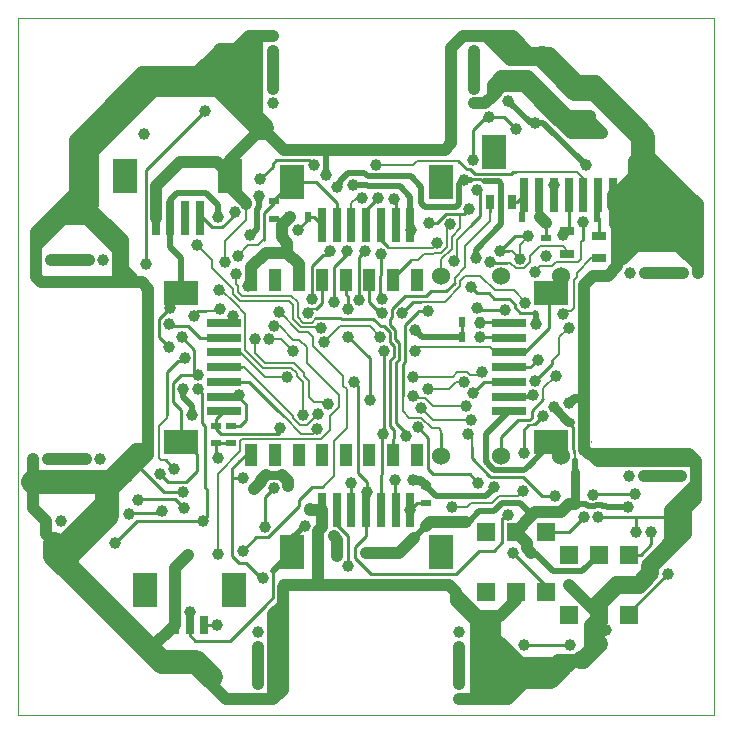
<source format=gbl>
G04 #@! TF.FileFunction,Copper,L2,Bot,Signal*
%FSLAX46Y46*%
G04 Gerber Fmt 4.6, Leading zero omitted, Abs format (unit mm)*
G04 Created by KiCad (PCBNEW 4.0.7) date 01/17/18 18:25:31*
%MOMM*%
%LPD*%
G01*
G04 APERTURE LIST*
%ADD10C,0.152400*%
%ADD11C,0.100000*%
%ADD12R,1.524000X1.524000*%
%ADD13C,1.000000*%
%ADD14R,3.000000X0.800000*%
%ADD15R,3.000000X2.100000*%
%ADD16C,1.524000*%
%ADD17R,0.900000X0.500000*%
%ADD18R,0.500000X0.900000*%
%ADD19R,1.300000X0.700000*%
%ADD20R,0.700000X1.300000*%
%ADD21R,0.800000X1.600000*%
%ADD22R,2.100000X3.000000*%
%ADD23R,0.800000X3.000000*%
%ADD24R,1.050000X1.950000*%
%ADD25C,1.000000*%
%ADD26C,2.000000*%
%ADD27C,1.500000*%
%ADD28C,0.500000*%
%ADD29C,0.750000*%
%ADD30C,0.250000*%
%ADD31C,0.203000*%
G04 APERTURE END LIST*
D10*
D11*
X14400000Y-73700000D02*
X73300000Y-73700000D01*
X73300000Y-14700000D02*
X73300000Y-73700000D01*
X14400000Y-14700000D02*
X73300000Y-14700000D01*
X14400000Y-73700000D02*
X14400000Y-14700000D01*
X62925000Y-50600000D02*
X62925000Y-50475000D01*
D12*
X63565000Y-65205000D03*
X66105000Y-65205000D03*
X61025000Y-65205000D03*
X66105000Y-60125000D03*
X63565000Y-60125000D03*
X61025000Y-60125000D03*
X56580000Y-63300000D03*
X59120000Y-63300000D03*
X54040000Y-63300000D03*
X59120000Y-58220000D03*
X56580000Y-58220000D03*
X54040000Y-58220000D03*
D13*
X62295000Y-56950000D03*
X63545000Y-56950000D03*
X68010000Y-58220000D03*
X66760000Y-58220000D03*
D14*
X55945000Y-44250000D03*
X55945000Y-45500000D03*
X55945000Y-46750000D03*
X55945000Y-43000000D03*
X55945000Y-41750000D03*
D15*
X59545000Y-50550000D03*
X59545000Y-37950000D03*
D14*
X55945000Y-48000000D03*
X55945000Y-40500000D03*
D16*
X50240000Y-51740000D03*
X55320000Y-51740000D03*
X60400000Y-51740000D03*
X60400000Y-36500000D03*
X55320000Y-36500000D03*
X50240000Y-36500000D03*
D13*
X67486000Y-36290000D03*
X66236000Y-36290000D03*
D14*
X31815000Y-44250000D03*
X31815000Y-43000000D03*
X31815000Y-41750000D03*
X31815000Y-45500000D03*
X31815000Y-46750000D03*
D15*
X28215000Y-37950000D03*
X28215000Y-50550000D03*
D14*
X31815000Y-40500000D03*
X31815000Y-48000000D03*
D13*
X35990000Y-16224000D03*
X35990000Y-17474000D03*
D17*
X48960000Y-55795000D03*
X48960000Y-54295000D03*
D18*
X46305000Y-53775000D03*
X47805000Y-53775000D03*
D17*
X31180000Y-49215000D03*
X31180000Y-50715000D03*
X32450000Y-49215000D03*
X32450000Y-50715000D03*
D18*
X38915000Y-31550000D03*
X37415000Y-31550000D03*
D17*
X36060000Y-30210000D03*
X36060000Y-31710000D03*
D18*
X53520000Y-40440000D03*
X52020000Y-40440000D03*
X53520000Y-41710000D03*
X52020000Y-41710000D03*
D19*
X63565000Y-35040000D03*
X63565000Y-33140000D03*
D18*
X63450000Y-31550000D03*
X64950000Y-31550000D03*
D19*
X60867520Y-34648840D03*
X60867520Y-32748840D03*
D17*
X59120000Y-34840000D03*
X59120000Y-33340000D03*
D20*
X54360000Y-30280000D03*
X56260000Y-30280000D03*
D18*
X57100000Y-31550000D03*
X58600000Y-31550000D03*
D21*
X30175000Y-66050000D03*
X28925000Y-66050000D03*
X27675000Y-66050000D03*
D22*
X25125000Y-63150000D03*
X32725000Y-63150000D03*
D23*
X61025000Y-29645000D03*
X62275000Y-29645000D03*
X63525000Y-29645000D03*
X59775000Y-29645000D03*
X58525000Y-29645000D03*
D22*
X67325000Y-26045000D03*
X54725000Y-26045000D03*
D23*
X64775000Y-29645000D03*
X57275000Y-29645000D03*
X43880000Y-56315000D03*
X42630000Y-56315000D03*
X41380000Y-56315000D03*
X45130000Y-56315000D03*
X46380000Y-56315000D03*
D22*
X37580000Y-59915000D03*
X50180000Y-59915000D03*
D23*
X40130000Y-56315000D03*
X47630000Y-56315000D03*
X43880000Y-32185000D03*
X45130000Y-32185000D03*
X46380000Y-32185000D03*
X42630000Y-32185000D03*
X41380000Y-32185000D03*
D22*
X50180000Y-28585000D03*
X37580000Y-28585000D03*
D23*
X47630000Y-32185000D03*
X40130000Y-32185000D03*
D13*
X15670000Y-52038000D03*
X16920000Y-52038000D03*
X20115000Y-52038000D03*
X21365000Y-52038000D03*
X51738000Y-72358000D03*
X51738000Y-71108000D03*
X51738000Y-67913000D03*
X51738000Y-66663000D03*
X34720000Y-72358000D03*
X34720000Y-71108000D03*
X34720000Y-67913000D03*
X34720000Y-66663000D03*
X53008000Y-16224000D03*
X53008000Y-17474000D03*
X53008000Y-20669000D03*
X53008000Y-21919000D03*
X71931000Y-36290000D03*
X70681000Y-36290000D03*
X67359000Y-53435000D03*
X66109000Y-53435000D03*
X35990000Y-20669000D03*
X35990000Y-21919000D03*
X15924000Y-35147000D03*
X17174000Y-35147000D03*
X20369000Y-35147000D03*
X21619000Y-35147000D03*
D23*
X29800000Y-31640000D03*
X28550000Y-31640000D03*
X27300000Y-31640000D03*
D22*
X32350000Y-28040000D03*
X23500000Y-28040000D03*
D23*
X26050000Y-31640000D03*
D13*
X18024580Y-57242460D03*
X16774580Y-57242460D03*
D24*
X48150000Y-51660000D03*
X46150000Y-51660000D03*
X44150000Y-51660000D03*
X42150000Y-51660000D03*
X40150000Y-51660000D03*
X38150000Y-51660000D03*
X36150000Y-51660000D03*
X34150000Y-51660000D03*
X34150000Y-36860000D03*
X36150000Y-36860000D03*
X38150000Y-36860000D03*
X40150000Y-36860000D03*
X42150000Y-36860000D03*
X44150000Y-36860000D03*
X46150000Y-36860000D03*
X48150000Y-36860000D03*
D13*
X71804000Y-53435000D03*
X70554000Y-53435000D03*
X62865740Y-23028660D03*
X63871580Y-24400260D03*
X55916300Y-21702780D03*
X60642730Y-19727570D03*
X58154800Y-23579480D03*
X59120000Y-32083400D03*
X62449940Y-27145640D03*
X25103940Y-24473940D03*
X48020200Y-41105480D03*
X54800000Y-65300000D03*
X64200000Y-66475000D03*
X39100000Y-56300000D03*
X32600000Y-39890000D03*
X33880000Y-37370000D03*
X40490000Y-27970000D03*
X42790000Y-28830000D03*
X31320000Y-51910000D03*
X28350000Y-54820000D03*
X47680000Y-32670000D03*
X47825000Y-53800000D03*
X37350000Y-31525000D03*
X37200000Y-34550000D03*
X61040000Y-47300000D03*
X61025000Y-62665000D03*
X28800000Y-60150000D03*
X31930000Y-35360000D03*
X33740000Y-30480000D03*
X28100000Y-26900000D03*
X54660000Y-54440000D03*
X54299080Y-23107040D03*
X52124840Y-28395320D03*
X52955420Y-26673200D03*
X41410000Y-28970000D03*
X56524120Y-24112880D03*
X52740000Y-37490000D03*
X58280000Y-40630000D03*
X59750000Y-47630000D03*
X34770000Y-29740000D03*
X34070000Y-33050000D03*
X31300000Y-31525000D03*
X59800000Y-28800000D03*
X66075000Y-56075000D03*
X57850000Y-59950000D03*
X61175000Y-67750000D03*
X37300000Y-54350000D03*
X41120000Y-58530000D03*
X38660000Y-57660000D03*
X43860000Y-59960000D03*
X41440000Y-60240000D03*
X27280000Y-39220000D03*
X57275000Y-67750000D03*
X29120000Y-48270000D03*
X34375000Y-54575000D03*
X53135000Y-35040000D03*
X28350000Y-46130000D03*
X27180000Y-42570000D03*
X28975000Y-65000000D03*
X33425000Y-59825000D03*
X36508920Y-39611960D03*
X36072040Y-40747340D03*
X31317160Y-60071660D03*
X46305000Y-53775000D03*
X33030000Y-34810000D03*
X33150000Y-46620000D03*
X53520000Y-41710000D03*
X29600000Y-44880000D03*
X26450000Y-53290000D03*
X28275000Y-41710000D03*
X22600000Y-59150000D03*
X30050000Y-57250000D03*
X29600000Y-46120000D03*
X38570000Y-48270000D03*
X31420000Y-37710000D03*
X36075000Y-54500000D03*
X35300000Y-57750000D03*
X31250000Y-66125000D03*
X52950000Y-46425000D03*
X39716180Y-49525940D03*
X43540000Y-29900000D03*
X45340000Y-49940000D03*
X45350000Y-42850000D03*
X48025000Y-42850000D03*
X39820320Y-48255940D03*
X42818280Y-45489520D03*
X55885820Y-56747160D03*
X59907400Y-44984060D03*
X55190000Y-34430000D03*
X58391020Y-43627700D03*
X56882260Y-35067900D03*
X57610000Y-33170000D03*
X44900000Y-29925000D03*
X43950000Y-54800000D03*
X40011580Y-40930220D03*
X29530000Y-33890000D03*
X60517000Y-39731340D03*
X45070000Y-41660000D03*
X57320000Y-38800000D03*
X40285900Y-42118940D03*
X46907680Y-39680540D03*
X47225000Y-50050000D03*
X54370000Y-35330000D03*
X42625000Y-54100000D03*
X49899800Y-33764880D03*
X32730000Y-31150000D03*
X49147960Y-39540840D03*
X66650000Y-55000000D03*
X69403700Y-61745880D03*
X59850000Y-55170000D03*
X63050000Y-55050000D03*
X52470280Y-49921820D03*
X56275000Y-59950000D03*
X37150000Y-45100000D03*
X53500000Y-40475000D03*
X36575000Y-49400000D03*
X38080000Y-32670000D03*
X47630000Y-56315000D03*
X32890000Y-36340000D03*
X57240000Y-51500000D03*
X57140000Y-54740000D03*
X52612520Y-30864200D03*
X25200000Y-35550000D03*
X30200000Y-22550000D03*
X58010000Y-46650000D03*
X58820000Y-48410000D03*
X49200000Y-32050000D03*
X46200000Y-30000000D03*
X33460000Y-53670000D03*
X28430000Y-56140000D03*
X35140000Y-62100000D03*
X51150000Y-56100000D03*
X42350000Y-61070000D03*
X24580000Y-55520000D03*
X27160000Y-40620000D03*
X37710340Y-42926660D03*
X38911760Y-39657680D03*
X35655480Y-41903040D03*
X31530000Y-39340000D03*
X29280000Y-39920000D03*
X44240000Y-47020000D03*
X42370000Y-41680000D03*
X42300000Y-39300000D03*
X27600000Y-52840000D03*
X26560000Y-56400000D03*
X23810000Y-56680000D03*
X28510000Y-43510000D03*
X34446440Y-41882720D03*
X40682140Y-47331020D03*
X45208420Y-39703400D03*
X51010000Y-32160000D03*
X59120000Y-34840000D03*
X60539860Y-33028280D03*
X39460000Y-27160000D03*
X44740000Y-27100000D03*
X34885100Y-28357580D03*
X48250000Y-49360000D03*
X53360000Y-54040000D03*
X45140000Y-34700000D03*
X45180000Y-38500000D03*
X43240000Y-38540000D03*
X43750000Y-34460000D03*
X42250000Y-34450000D03*
X41120000Y-38730000D03*
X40810000Y-34460000D03*
X39290000Y-38510000D03*
X47837320Y-45045020D03*
X53689480Y-44648780D03*
X52734440Y-48738180D03*
X48507880Y-47704400D03*
X52325500Y-47574860D03*
X47837320Y-46683320D03*
X52127380Y-45502220D03*
X49140340Y-46096580D03*
X55620000Y-39390000D03*
X58131940Y-36160100D03*
X53290000Y-39280000D03*
X62250000Y-31975000D03*
X58154800Y-45441260D03*
X61027540Y-40907360D03*
X51347600Y-35288880D03*
X53267840Y-29213200D03*
D25*
X60884540Y-22949920D02*
X60884540Y-22906740D01*
X54577720Y-20323560D02*
X54577720Y-21304000D01*
X55309240Y-19592040D02*
X54577720Y-20323560D01*
X57569840Y-19592040D02*
X55309240Y-19592040D01*
X60884540Y-22906740D02*
X57569840Y-19592040D01*
X62865740Y-23394420D02*
X61402700Y-23394420D01*
X61402700Y-23394420D02*
X60788020Y-24009100D01*
X62865740Y-23028660D02*
X62865740Y-23394420D01*
X62865740Y-23394420D02*
X63871580Y-24400260D01*
X62787000Y-22949920D02*
X60884540Y-22949920D01*
X60884540Y-22949920D02*
X59728840Y-22949920D01*
X62865740Y-23028660D02*
X62787000Y-22949920D01*
X53008000Y-21919000D02*
X53962720Y-21919000D01*
X53962720Y-21919000D02*
X54577720Y-21304000D01*
X57262500Y-20483580D02*
X59728840Y-22949920D01*
X54577720Y-21304000D02*
X55398140Y-20483580D01*
X55398140Y-20483580D02*
X57262500Y-20483580D01*
X59728840Y-22949920D02*
X60788020Y-24009100D01*
X60788020Y-24009100D02*
X61179180Y-24400260D01*
X61179180Y-24400260D02*
X63871580Y-24400260D01*
X36802800Y-64534800D02*
X36637700Y-64534800D01*
X36002700Y-72332600D02*
X36028100Y-72358000D01*
X36002700Y-65169800D02*
X36002700Y-72332600D01*
X36637700Y-64534800D02*
X36002700Y-65169800D01*
X36802800Y-64534800D02*
X36802800Y-66897000D01*
X36802800Y-66897000D02*
X36739300Y-66960500D01*
X36739300Y-66960500D02*
X36802800Y-66960500D01*
X36895000Y-62665000D02*
X36895000Y-62736002D01*
X39485000Y-62665000D02*
X39220000Y-62665000D01*
X36895000Y-62665000D02*
X39220000Y-62665000D01*
X36028100Y-72358000D02*
X34720000Y-72358000D01*
X36802800Y-71583300D02*
X36028100Y-72358000D01*
X36802800Y-62828202D02*
X36802800Y-64534800D01*
X36802800Y-64534800D02*
X36802800Y-66960500D01*
X36802800Y-66960500D02*
X36802800Y-71583300D01*
X36895000Y-62736002D02*
X36802800Y-62828202D01*
X62901300Y-51631600D02*
X71219800Y-51631600D01*
X71219800Y-51631600D02*
X71804000Y-52215800D01*
X71804000Y-52215800D02*
X63485500Y-52215800D01*
X63485500Y-52215800D02*
X62901300Y-51631600D01*
X62295000Y-51200000D02*
X62295000Y-51203100D01*
X62295000Y-51203100D02*
X62723500Y-51631600D01*
X62723500Y-51631600D02*
X62901300Y-51631600D01*
X71804000Y-52215800D02*
X71804000Y-53435000D01*
X24687000Y-51212500D02*
X24369500Y-51212500D01*
X23620200Y-53536600D02*
X23620200Y-53495960D01*
X23579560Y-53536600D02*
X23620200Y-53536600D01*
X23480500Y-53635660D02*
X23579560Y-53536600D01*
X21946340Y-53635660D02*
X23480500Y-53635660D01*
X24369500Y-51212500D02*
X21946340Y-53635660D01*
X21766000Y-53953160D02*
X21946340Y-53953160D01*
X21946340Y-53953160D02*
X24687000Y-51212500D01*
X24687000Y-51212500D02*
X25443920Y-51212500D01*
D26*
X18522420Y-61164220D02*
X18522420Y-60242200D01*
X21766000Y-53953160D02*
X15670000Y-53953160D01*
X21933640Y-54120800D02*
X21766000Y-53953160D01*
X21933640Y-56830980D02*
X21933640Y-54120800D01*
X18522420Y-60242200D02*
X21933640Y-56830980D01*
D25*
X19467300Y-31700220D02*
X19467300Y-31253180D01*
X19467300Y-31253180D02*
X20222950Y-30497530D01*
X20243270Y-31700220D02*
X19467300Y-31700220D01*
X19467300Y-31700220D02*
X18207460Y-31700220D01*
X17374340Y-32533340D02*
X17374340Y-32553660D01*
X18207460Y-31700220D02*
X17374340Y-32533340D01*
X20243270Y-30497530D02*
X20222950Y-30497530D01*
X20222950Y-30497530D02*
X19430470Y-30497530D01*
X19430470Y-30497530D02*
X17374340Y-32553660D01*
X17374340Y-32553660D02*
X15924000Y-34004000D01*
X22860740Y-37079940D02*
X22860740Y-34362140D01*
X20243270Y-31744670D02*
X20243270Y-31700220D01*
X20243270Y-31700220D02*
X20243270Y-30497530D01*
X22860740Y-34362140D02*
X20243270Y-31744670D01*
X25222940Y-20879820D02*
X31915840Y-20879820D01*
X31395140Y-20910300D02*
X31395140Y-20359120D01*
X31885360Y-20910300D02*
X31395140Y-20910300D01*
X31915840Y-20879820D02*
X31885360Y-20910300D01*
X31128440Y-17717520D02*
X31418000Y-17717520D01*
X33239180Y-18959580D02*
X33239180Y-20498820D01*
X33223940Y-18944340D02*
X33239180Y-18959580D01*
X32644820Y-18944340D02*
X33223940Y-18944340D01*
X31418000Y-17717520D02*
X32644820Y-18944340D01*
X33239180Y-20498820D02*
X32172380Y-19432020D01*
X32172380Y-19432020D02*
X30724580Y-19432020D01*
X31608500Y-18926560D02*
X31666920Y-18926560D01*
X31608500Y-18926560D02*
X30724580Y-19810480D01*
X31666920Y-18926560D02*
X33239180Y-20498820D01*
X30724580Y-19810480D02*
X30724580Y-19432020D01*
X30724580Y-19432020D02*
X31974260Y-18182340D01*
X33970700Y-21230340D02*
X33239180Y-20498820D01*
X33970700Y-17283180D02*
X33970700Y-21230340D01*
X33071540Y-18182340D02*
X33970700Y-17283180D01*
X31974260Y-18182340D02*
X33071540Y-18182340D01*
X34595540Y-16224000D02*
X34595540Y-23559520D01*
X34473620Y-23653500D02*
X34473620Y-23437600D01*
X34501560Y-23653500D02*
X34473620Y-23653500D01*
X34595540Y-23559520D02*
X34501560Y-23653500D01*
D26*
X20243270Y-30497530D02*
X20243270Y-25859490D01*
X20243270Y-25859490D02*
X25222940Y-20879820D01*
X25222940Y-20879820D02*
X26292280Y-19810480D01*
X26292280Y-19810480D02*
X30724580Y-19810480D01*
X30724580Y-19810480D02*
X30846500Y-19810480D01*
X30846500Y-19810480D02*
X31395140Y-20359120D01*
X31395140Y-20359120D02*
X34473620Y-23437600D01*
X34473620Y-23437600D02*
X35068010Y-24031990D01*
D25*
X24039300Y-37079940D02*
X24039300Y-36719260D01*
X24039300Y-36719260D02*
X23267140Y-35947100D01*
X23267140Y-35947100D02*
X23267140Y-33521400D01*
X23267140Y-33521400D02*
X20243270Y-30497530D01*
X20243270Y-30497530D02*
X19223460Y-29477720D01*
X17572460Y-59208420D02*
X17907740Y-59208420D01*
X17907740Y-59208420D02*
X23620200Y-53495960D01*
X23620200Y-53495960D02*
X25443920Y-51672240D01*
X25443920Y-51672240D02*
X25443920Y-51212500D01*
X15924000Y-36630360D02*
X15924000Y-35147000D01*
X16373580Y-37079940D02*
X15924000Y-36630360D01*
X24907980Y-37079940D02*
X24039300Y-37079940D01*
X25443920Y-51212500D02*
X25443920Y-37615880D01*
X25443920Y-37615880D02*
X24907980Y-37079940D01*
X24039300Y-37079940D02*
X22860740Y-37079940D01*
X22860740Y-37079940D02*
X16373580Y-37079940D01*
X15670000Y-52977800D02*
X15670000Y-53953160D01*
X15670000Y-52038000D02*
X15670000Y-52977800D01*
X15670000Y-53953160D02*
X15670000Y-56137880D01*
X15670000Y-56137880D02*
X16774580Y-57242460D01*
X16774580Y-57242460D02*
X16774580Y-58410540D01*
D26*
X20550000Y-63191800D02*
X18522420Y-61164220D01*
X18522420Y-61164220D02*
X17572460Y-60214260D01*
X17572460Y-60214260D02*
X17572460Y-59208420D01*
X20550000Y-63191800D02*
X20550000Y-63200000D01*
D25*
X16774580Y-58410540D02*
X17572460Y-59208420D01*
X20080680Y-63200000D02*
X20550000Y-63200000D01*
D26*
X20550000Y-63200000D02*
X25675000Y-68325000D01*
D25*
X55525020Y-67875020D02*
X55525020Y-71639300D01*
X54806320Y-72358000D02*
X54803780Y-72358000D01*
X55525020Y-71639300D02*
X54806320Y-72358000D01*
X54803780Y-72358000D02*
X54803780Y-72358000D01*
X54803780Y-72358000D02*
X54803780Y-67153780D01*
X54803780Y-67153780D02*
X54800000Y-67150000D01*
X53843660Y-65300000D02*
X53843660Y-72192900D01*
X53843660Y-72192900D02*
X54008760Y-72358000D01*
X51500000Y-63300000D02*
X51500000Y-63478920D01*
X53321080Y-65300000D02*
X53843660Y-65300000D01*
X53843660Y-65300000D02*
X54800000Y-65300000D01*
X51500000Y-63478920D02*
X53321080Y-65300000D01*
X53173100Y-72358000D02*
X53173100Y-65746380D01*
X51500000Y-63300000D02*
X50865000Y-62665000D01*
X50865000Y-62665000D02*
X39485000Y-62665000D01*
X51500000Y-64073280D02*
X51500000Y-63300000D01*
X53173100Y-65746380D02*
X51500000Y-64073280D01*
X70466690Y-55493670D02*
X70466690Y-58714390D01*
X70466690Y-58714390D02*
X69831080Y-59350000D01*
X71804000Y-54301140D02*
X71804000Y-55456840D01*
X70981040Y-56279800D02*
X70981040Y-57128160D01*
X71804000Y-55456840D02*
X70981040Y-56279800D01*
X69600000Y-59350000D02*
X69831080Y-59350000D01*
X69831080Y-59350000D02*
X70013960Y-59350000D01*
X70981040Y-58382920D02*
X70981040Y-57128160D01*
X70013960Y-59350000D02*
X70981040Y-58382920D01*
X70981040Y-57128160D02*
X70802880Y-56950000D01*
X71804000Y-54301140D02*
X71659220Y-54301140D01*
X69600000Y-56360360D02*
X69600000Y-59350000D01*
X71659220Y-54301140D02*
X70466690Y-55493670D01*
X70466690Y-55493670D02*
X69600000Y-56360360D01*
D27*
X69600000Y-59350000D02*
X69600000Y-59400000D01*
X66105000Y-62665000D02*
X65135000Y-62665000D01*
X63565000Y-65205000D02*
X63565000Y-64235000D01*
X65135000Y-62665000D02*
X63565000Y-64235000D01*
X69600000Y-59400000D02*
X67900000Y-61100000D01*
X67900000Y-61100000D02*
X67900000Y-61708960D01*
X67900000Y-61708960D02*
X66943960Y-62665000D01*
X66943960Y-62665000D02*
X66105000Y-62665000D01*
D25*
X71804000Y-54301140D02*
X71804000Y-53435000D01*
X66014630Y-33230010D02*
X66014630Y-34281570D01*
X66014630Y-34281570D02*
X65212700Y-35083500D01*
X65121260Y-35083500D02*
X65212700Y-35083500D01*
X65212700Y-35083500D02*
X65632920Y-35083500D01*
X65632920Y-35083500D02*
X66750520Y-33965900D01*
X62295000Y-37265000D02*
X62325080Y-37265000D01*
X62295000Y-46840000D02*
X62295000Y-37265000D01*
X65121260Y-35726120D02*
X65121260Y-35083500D01*
X65121260Y-35083500D02*
X65121260Y-32336640D01*
X64316080Y-36531300D02*
X65121260Y-35726120D01*
X63058780Y-36531300D02*
X64316080Y-36531300D01*
X62325080Y-37265000D02*
X63058780Y-36531300D01*
X70277460Y-33965900D02*
X66750520Y-33965900D01*
X66750520Y-33965900D02*
X66014630Y-33230010D01*
X66014630Y-33230010D02*
X65121260Y-32336640D01*
X65121260Y-32336640D02*
X64950000Y-32165380D01*
X67900000Y-32191840D02*
X65591840Y-32191840D01*
X65591840Y-32191840D02*
X64950000Y-31550000D01*
X71931000Y-32716220D02*
X66894180Y-32716220D01*
X66894180Y-32716220D02*
X64775000Y-30597040D01*
X64775000Y-30597040D02*
X64775000Y-29645000D01*
X69738980Y-33455000D02*
X69853640Y-33455000D01*
X69853640Y-33455000D02*
X71931000Y-31377640D01*
X70600000Y-31000000D02*
X70600000Y-33414680D01*
X70600000Y-33414680D02*
X71931000Y-34745680D01*
X69920160Y-31476700D02*
X69920160Y-32043960D01*
X69920160Y-30320160D02*
X69920160Y-31476700D01*
X69920160Y-32043960D02*
X71931000Y-34054800D01*
X71931000Y-34054800D02*
X71931000Y-34745680D01*
X71931000Y-34745680D02*
X71931000Y-34745680D01*
X70600000Y-31000000D02*
X70600000Y-31550000D01*
X70600000Y-31550000D02*
X69525000Y-32625000D01*
X71931000Y-35703260D02*
X71931000Y-34745680D01*
X71931000Y-34745680D02*
X71931000Y-32716220D01*
X71931000Y-32716220D02*
X71931000Y-31377640D01*
X71931000Y-31377640D02*
X71931000Y-30458160D01*
X71931000Y-30458160D02*
X71161380Y-29688540D01*
X71161380Y-29688540D02*
X67517840Y-26045000D01*
X71931000Y-36290000D02*
X71931000Y-35703260D01*
X71931000Y-35703260D02*
X71931000Y-35619440D01*
D26*
X67900000Y-33300000D02*
X67900000Y-32191840D01*
D27*
X68055000Y-33455000D02*
X67900000Y-33300000D01*
D25*
X69766560Y-33455000D02*
X69738980Y-33455000D01*
X69738980Y-33455000D02*
X68055000Y-33455000D01*
X71931000Y-35619440D02*
X70277460Y-33965900D01*
X70277460Y-33965900D02*
X69766560Y-33455000D01*
X54178940Y-16224000D02*
X54178940Y-16401800D01*
X56037860Y-18260720D02*
X57224040Y-18260720D01*
X54178940Y-16401800D02*
X56037860Y-18260720D01*
X59175880Y-18260720D02*
X57224040Y-18260720D01*
X57224040Y-18260720D02*
X55187320Y-16224000D01*
D28*
X57793000Y-23579480D02*
X58154800Y-23579480D01*
X55916300Y-21702780D02*
X57793000Y-23579480D01*
D25*
X53008000Y-16224000D02*
X54178940Y-16224000D01*
X54178940Y-16224000D02*
X55187320Y-16224000D01*
X55187320Y-16224000D02*
X56270480Y-16224000D01*
X56270480Y-16224000D02*
X57697600Y-17651120D01*
X59434960Y-17651120D02*
X57697600Y-17651120D01*
X61781920Y-19998080D02*
X59434960Y-17651120D01*
X63321160Y-19998080D02*
X61781920Y-19998080D01*
X67325000Y-24001920D02*
X63321160Y-19998080D01*
X67325000Y-24001920D02*
X67325000Y-26045000D01*
X52070740Y-16224000D02*
X51085220Y-17209520D01*
X51085220Y-17209520D02*
X51085220Y-25314660D01*
X51085220Y-25314660D02*
X50564880Y-25835000D01*
X53008000Y-16224000D02*
X52070740Y-16224000D01*
X15924000Y-35147000D02*
X15924000Y-34004000D01*
X15924000Y-34004000D02*
X15924000Y-32777180D01*
X15924000Y-32777180D02*
X19223460Y-29477720D01*
X19223460Y-29477720D02*
X19223460Y-24994620D01*
X33985940Y-16224000D02*
X34595540Y-16224000D01*
X34595540Y-16224000D02*
X35990000Y-16224000D01*
X32886120Y-17323820D02*
X33985940Y-16224000D01*
X31522140Y-17323820D02*
X32886120Y-17323820D01*
X29566340Y-19279620D02*
X31128440Y-17717520D01*
X31128440Y-17717520D02*
X31522140Y-17323820D01*
X24938460Y-19279620D02*
X29566340Y-19279620D01*
X19223460Y-24994620D02*
X24938460Y-19279620D01*
X30750000Y-70500000D02*
X30750000Y-71121040D01*
D26*
X30750000Y-70500000D02*
X29450000Y-69200000D01*
X29450000Y-69200000D02*
X26550000Y-69200000D01*
X25675000Y-68325000D02*
X26550000Y-69200000D01*
D25*
X31986960Y-72358000D02*
X34720000Y-72358000D01*
X30750000Y-71121040D02*
X31986960Y-72358000D01*
X51738000Y-72358000D02*
X53173100Y-72358000D01*
X53173100Y-72358000D02*
X54008760Y-72358000D01*
X54008760Y-72358000D02*
X54803780Y-72358000D01*
X54803780Y-72358000D02*
X55875660Y-72358000D01*
X57783660Y-70450000D02*
X59400000Y-70450000D01*
X55875660Y-72358000D02*
X57783660Y-70450000D01*
X67325000Y-26045000D02*
X67517840Y-26045000D01*
X66530740Y-33130740D02*
X64950000Y-31550000D01*
X64950000Y-31550000D02*
X64950000Y-29707800D01*
X64950000Y-29707800D02*
X66320900Y-28336900D01*
D26*
X66530740Y-30919260D02*
X67900000Y-29550000D01*
X70600000Y-31000000D02*
X69920160Y-30320160D01*
X69920160Y-30320160D02*
X67325000Y-27725000D01*
D25*
X55057500Y-70692500D02*
X55057500Y-71042500D01*
D28*
X54160000Y-52470000D02*
X54160000Y-52380000D01*
X57270000Y-52970000D02*
X54660000Y-52970000D01*
X54660000Y-52970000D02*
X54160000Y-52470000D01*
X59545000Y-50695000D02*
X57650000Y-52590000D01*
X57650000Y-52590000D02*
X57270000Y-52970000D01*
X54160000Y-52380000D02*
X54060000Y-52280000D01*
X59545000Y-50695000D02*
X59545000Y-50550000D01*
D29*
X59545000Y-50550000D02*
X59545000Y-50885000D01*
X59545000Y-50885000D02*
X60400000Y-51740000D01*
D28*
X54060000Y-49885000D02*
X55945000Y-48000000D01*
X54060000Y-52280000D02*
X54060000Y-49885000D01*
X58883780Y-23579480D02*
X58154800Y-23579480D01*
X62449940Y-27145640D02*
X58883780Y-23579480D01*
D25*
X66320900Y-28789020D02*
X66320900Y-28336900D01*
X66536800Y-28121000D02*
X66536800Y-26833200D01*
X66320900Y-28336900D02*
X66536800Y-28121000D01*
X66536800Y-26833200D02*
X67325000Y-26045000D01*
X64950000Y-31550000D02*
X64950000Y-31250000D01*
X64950000Y-31250000D02*
X67900000Y-28300000D01*
X64950000Y-31550000D02*
X64950000Y-32165380D01*
X64950000Y-32165380D02*
X65050900Y-32266280D01*
X64775000Y-29645000D02*
X65353160Y-29645000D01*
X65353160Y-29645000D02*
X67900000Y-32191840D01*
X64775000Y-29645000D02*
X65464920Y-29645000D01*
X67325000Y-27784920D02*
X67325000Y-27725000D01*
X67325000Y-27725000D02*
X67325000Y-26045000D01*
X65464920Y-29645000D02*
X66320900Y-28789020D01*
X66320900Y-28789020D02*
X67325000Y-27784920D01*
X67325000Y-26045000D02*
X67325000Y-27735720D01*
X67325000Y-27735720D02*
X67900000Y-28310720D01*
D30*
X67900000Y-26620000D02*
X67900000Y-28310720D01*
X67900000Y-28310720D02*
X67900000Y-28300000D01*
D26*
X67900000Y-28300000D02*
X67900000Y-29550000D01*
D30*
X67900000Y-26620000D02*
X67325000Y-26045000D01*
D26*
X63260200Y-20683880D02*
X61599040Y-20683880D01*
X63260200Y-20683880D02*
X67325000Y-24748680D01*
X61599040Y-20683880D02*
X60642730Y-19727570D01*
X60642730Y-19727570D02*
X59175880Y-18260720D01*
D27*
X58769480Y-17854320D02*
X59175880Y-18260720D01*
D26*
X67325000Y-26045000D02*
X67325000Y-24748680D01*
D25*
X50484000Y-25835000D02*
X50564880Y-25835000D01*
X43620000Y-25835000D02*
X40460000Y-25835000D01*
X50484000Y-25835000D02*
X43620000Y-25835000D01*
X67805000Y-29645000D02*
X67900000Y-29550000D01*
D31*
X67805000Y-29645000D02*
X67900000Y-29550000D01*
D30*
X25103940Y-24473940D02*
X25099240Y-24478640D01*
D28*
X49150000Y-41710000D02*
X48624720Y-41710000D01*
X48624720Y-41710000D02*
X48020200Y-41105480D01*
X49150000Y-41710000D02*
X52020000Y-41710000D01*
D30*
X59120000Y-33340000D02*
X59120000Y-32083400D01*
D25*
X59120000Y-32070000D02*
X58600000Y-31550000D01*
X59120000Y-32083400D02*
X59120000Y-32070000D01*
X34150000Y-36860000D02*
X34150000Y-35773280D01*
X35373280Y-34550000D02*
X37200000Y-34550000D01*
X34150000Y-35773280D02*
X35373280Y-34550000D01*
D30*
X64950000Y-31550000D02*
X64950000Y-29820000D01*
X64950000Y-29820000D02*
X64775000Y-29645000D01*
D25*
X54800000Y-65300000D02*
X54800000Y-67150000D01*
X54800000Y-67150000D02*
X55525020Y-67875020D01*
X55525020Y-67875020D02*
X56950000Y-69300000D01*
X54800000Y-65300000D02*
X55250000Y-65300000D01*
X55250000Y-65300000D02*
X56580000Y-63970000D01*
X56580000Y-63970000D02*
X56580000Y-63300000D01*
X54175000Y-65925000D02*
X54800000Y-65300000D01*
X63565000Y-65205000D02*
X63565000Y-65385000D01*
X63565000Y-65385000D02*
X62850000Y-66100000D01*
X62850000Y-68300000D02*
X62100000Y-69050000D01*
X62850000Y-66100000D02*
X62850000Y-68300000D01*
D27*
X62050000Y-69050000D02*
X62100000Y-69050000D01*
X62100000Y-69050000D02*
X62200000Y-69050000D01*
X62200000Y-69050000D02*
X63565000Y-67685000D01*
D25*
X60975000Y-69625000D02*
X61550000Y-69050000D01*
X61550000Y-69050000D02*
X62050000Y-69050000D01*
X63565000Y-67110000D02*
X63565000Y-66475000D01*
X63565000Y-67685000D02*
X63565000Y-67110000D01*
X63565000Y-67885000D02*
X63565000Y-67685000D01*
X62050000Y-69050000D02*
X62400000Y-69050000D01*
X63565000Y-65205000D02*
X61025000Y-62665000D01*
D30*
X63565000Y-66475000D02*
X64200000Y-66475000D01*
D25*
X63565000Y-66475000D02*
X63565000Y-65205000D01*
D31*
X31990000Y-40500000D02*
X32600000Y-39890000D01*
X33880000Y-37370000D02*
X34150000Y-37100000D01*
X34150000Y-37100000D02*
X34150000Y-36860000D01*
X31815000Y-40500000D02*
X31990000Y-40500000D01*
X31815000Y-40500000D02*
X31815000Y-40215000D01*
D28*
X47630000Y-32185000D02*
X47630000Y-29880000D01*
X46700000Y-28950000D02*
X44050000Y-28950000D01*
X44050000Y-28950000D02*
X43930000Y-28830000D01*
X43930000Y-28830000D02*
X42790000Y-28830000D01*
X40460000Y-27940000D02*
X40460000Y-25835000D01*
D30*
X40490000Y-27970000D02*
X40460000Y-27940000D01*
D28*
X47630000Y-29880000D02*
X46700000Y-28950000D01*
D30*
X31180000Y-50715000D02*
X31180000Y-51770000D01*
X31180000Y-51770000D02*
X31320000Y-51910000D01*
X28350000Y-54820000D02*
X26770000Y-54820000D01*
X26770000Y-54820000D02*
X24830000Y-52880000D01*
X47680000Y-32670000D02*
X47610000Y-32600000D01*
X47610000Y-32600000D02*
X47630000Y-32185000D01*
X31180000Y-50715000D02*
X32450000Y-50715000D01*
X52020000Y-40440000D02*
X52020000Y-41710000D01*
X58600000Y-31550000D02*
X58600000Y-29720000D01*
X58600000Y-29720000D02*
X58525000Y-29645000D01*
X47825000Y-53800000D02*
X47805000Y-53780000D01*
D29*
X48475000Y-53775000D02*
X47805000Y-53775000D01*
D30*
X47805000Y-53780000D02*
X47805000Y-53775000D01*
D25*
X37200000Y-34550000D02*
X37200000Y-33700000D01*
X37200000Y-33700000D02*
X36750000Y-33250000D01*
X36750000Y-33250000D02*
X36750000Y-32215000D01*
X36750000Y-32215000D02*
X37415000Y-31550000D01*
X38150000Y-36860000D02*
X38150000Y-35500000D01*
X38150000Y-35500000D02*
X37200000Y-34550000D01*
D30*
X36060000Y-31710000D02*
X37255000Y-31710000D01*
X37255000Y-31710000D02*
X37415000Y-31550000D01*
X37350000Y-31525000D02*
X37375000Y-31550000D01*
X37375000Y-31550000D02*
X37415000Y-31550000D01*
X37200000Y-31765000D02*
X37415000Y-31550000D01*
X37300000Y-31665000D02*
X37415000Y-31550000D01*
D29*
X62295000Y-46840000D02*
X61500000Y-46840000D01*
X61500000Y-46840000D02*
X61040000Y-47300000D01*
D25*
X68950000Y-33200000D02*
X68950000Y-30600000D01*
X68950000Y-30600000D02*
X67900000Y-29550000D01*
X69525000Y-32625000D02*
X68950000Y-33200000D01*
X68950000Y-33200000D02*
X68850000Y-33300000D01*
X62295000Y-51200000D02*
X62295000Y-46840000D01*
D26*
X67900000Y-32191840D02*
X67900000Y-29550000D01*
D25*
X62295000Y-51235000D02*
X62295000Y-51200000D01*
D30*
X66760000Y-58220000D02*
X66760000Y-56950000D01*
X66760000Y-56950000D02*
X66740000Y-56950000D01*
X66105000Y-56950000D02*
X66740000Y-56950000D01*
X63545000Y-56950000D02*
X66105000Y-56950000D01*
X66740000Y-56950000D02*
X70802880Y-56950000D01*
X70802880Y-56950000D02*
X71185000Y-56950000D01*
X71185000Y-56950000D02*
X70550000Y-56950000D01*
D25*
X27675000Y-66050000D02*
X27675000Y-61275000D01*
X27675000Y-61275000D02*
X28800000Y-60150000D01*
X25675000Y-68325000D02*
X25675000Y-68050000D01*
X25675000Y-68050000D02*
X27675000Y-66050000D01*
D31*
X33740000Y-30480000D02*
X33740000Y-31800000D01*
D30*
X31815000Y-35475000D02*
X31930000Y-35360000D01*
D31*
X31930000Y-33610000D02*
X31930000Y-35360000D01*
X33740000Y-31800000D02*
X31930000Y-33610000D01*
D25*
X28100000Y-26900000D02*
X31210000Y-26900000D01*
X31210000Y-26900000D02*
X32350000Y-28040000D01*
X32350000Y-28040000D02*
X32350000Y-26750000D01*
X32350000Y-26750000D02*
X34380230Y-24719770D01*
X34380230Y-24719770D02*
X35068010Y-24031990D01*
X35068010Y-24031990D02*
X35080000Y-24020000D01*
X36895000Y-25835000D02*
X40460000Y-25835000D01*
X36110000Y-25050000D02*
X36895000Y-25835000D01*
X36280000Y-25220000D02*
X36110000Y-25050000D01*
X35080000Y-24020000D02*
X36280000Y-25220000D01*
X33740000Y-30480000D02*
X33740000Y-30390000D01*
X33740000Y-30390000D02*
X32350000Y-29000000D01*
X32350000Y-29000000D02*
X32350000Y-28040000D01*
X26050000Y-31640000D02*
X26050000Y-28950000D01*
X26050000Y-28950000D02*
X28100000Y-26900000D01*
D30*
X26050000Y-32850000D02*
X26050000Y-31640000D01*
D28*
X54660000Y-54440000D02*
X54660000Y-54490000D01*
X49795000Y-55130000D02*
X48960000Y-54295000D01*
X54020000Y-55130000D02*
X49795000Y-55130000D01*
X54660000Y-54490000D02*
X54020000Y-55130000D01*
X54660000Y-54440000D02*
X54515000Y-54295000D01*
D29*
X48960000Y-54295000D02*
X48960000Y-54260000D01*
X48960000Y-54260000D02*
X48475000Y-53775000D01*
D25*
X40130000Y-56315000D02*
X39115000Y-56315000D01*
X39115000Y-56315000D02*
X39100000Y-56300000D01*
X40130000Y-56315000D02*
X40130000Y-57820000D01*
X40130000Y-57820000D02*
X39800000Y-58150000D01*
X39800000Y-58150000D02*
X39800000Y-62665000D01*
X39800000Y-62665000D02*
X39485000Y-62665000D01*
D30*
X40130000Y-56315000D02*
X40130000Y-57490000D01*
X40130000Y-56315000D02*
X40130000Y-57555000D01*
D25*
X62100000Y-69050000D02*
X60150000Y-69050000D01*
X60150000Y-69050000D02*
X59900000Y-69300000D01*
X56950000Y-69300000D02*
X59900000Y-69300000D01*
X59900000Y-69300000D02*
X60225000Y-69625000D01*
X60225000Y-69625000D02*
X60975000Y-69625000D01*
D26*
X59400000Y-70450000D02*
X60225000Y-69625000D01*
X60225000Y-69625000D02*
X60250000Y-69600000D01*
D25*
X54450000Y-69300000D02*
X54450000Y-68700000D01*
X54450000Y-68700000D02*
X55050000Y-69300000D01*
X55050000Y-69300000D02*
X56050000Y-69300000D01*
X56050000Y-69300000D02*
X56950000Y-69300000D01*
X54257500Y-71492500D02*
X54607500Y-71492500D01*
X54607500Y-71492500D02*
X55057500Y-71042500D01*
X55057500Y-71042500D02*
X55407500Y-70692500D01*
X55407500Y-70692500D02*
X56807500Y-70692500D01*
X56807500Y-70692500D02*
X56715000Y-70600000D01*
X56715000Y-70600000D02*
X56300000Y-70600000D01*
X56300000Y-70600000D02*
X56300000Y-71200000D01*
X56450000Y-69850000D02*
X57050000Y-70450000D01*
D26*
X56300000Y-71200000D02*
X57050000Y-70450000D01*
X57050000Y-70450000D02*
X59400000Y-70450000D01*
D28*
X64150000Y-56000000D02*
X63845780Y-56000000D01*
X64225000Y-56075000D02*
X64150000Y-56000000D01*
X66075000Y-56075000D02*
X64225000Y-56075000D01*
X62479120Y-55850000D02*
X61600000Y-55850000D01*
X62644760Y-56015640D02*
X62479120Y-55850000D01*
X63287380Y-56015640D02*
X62644760Y-56015640D01*
X63340720Y-55962300D02*
X63287380Y-56015640D01*
X63808080Y-55962300D02*
X63340720Y-55962300D01*
X63845780Y-56000000D02*
X63808080Y-55962300D01*
D30*
X52950340Y-24186540D02*
X52950340Y-26668120D01*
X54029840Y-23107040D02*
X52950340Y-24186540D01*
X55518280Y-23107040D02*
X54299080Y-23107040D01*
X54299080Y-23107040D02*
X54029840Y-23107040D01*
X52950340Y-26668120D02*
X52955420Y-26673200D01*
X53885060Y-28470402D02*
X53712880Y-28470402D01*
D28*
X55325000Y-28710040D02*
X55085362Y-28470402D01*
X55085362Y-28470402D02*
X53885060Y-28470402D01*
X55325000Y-28720000D02*
X55325000Y-28710040D01*
D30*
X52774198Y-28345402D02*
X52774198Y-28395320D01*
X53587880Y-28345402D02*
X52774198Y-28345402D01*
X53712880Y-28470402D02*
X53587880Y-28345402D01*
D28*
X52124840Y-28395320D02*
X52774198Y-28395320D01*
X51750000Y-30200000D02*
X51750000Y-28770160D01*
X51750000Y-28770160D02*
X52124840Y-28395320D01*
X48550000Y-30350000D02*
X48550000Y-29000000D01*
X48550000Y-29000000D02*
X47650000Y-28100000D01*
X47650000Y-28100000D02*
X44020000Y-28100000D01*
X44020000Y-28100000D02*
X43730000Y-27810000D01*
X48970000Y-30700000D02*
X48900000Y-30700000D01*
X51450000Y-30700000D02*
X48970000Y-30700000D01*
X51750000Y-30400000D02*
X51450000Y-30700000D01*
X51750000Y-30200000D02*
X51750000Y-30400000D01*
X48900000Y-30700000D02*
X48550000Y-30350000D01*
D30*
X41410000Y-28970000D02*
X41650000Y-28730000D01*
D28*
X41650000Y-28730000D02*
X41650000Y-28490000D01*
X41650000Y-28490000D02*
X42330000Y-27810000D01*
X42330000Y-27810000D02*
X43730000Y-27810000D01*
X52774198Y-28395320D02*
X52724280Y-28395320D01*
D30*
X56524120Y-24112880D02*
X55518280Y-23107040D01*
X53250000Y-38000000D02*
X52740000Y-37490000D01*
X54250000Y-38000000D02*
X53370000Y-38000000D01*
X56440000Y-39150000D02*
X56940000Y-39650000D01*
X56440000Y-38910000D02*
X56440000Y-39150000D01*
X55990000Y-38460000D02*
X56440000Y-38910000D01*
X54710000Y-38460000D02*
X55990000Y-38460000D01*
X54250000Y-38000000D02*
X54710000Y-38460000D01*
X53370000Y-38000000D02*
X53250000Y-38000000D01*
D28*
X58280000Y-39750000D02*
X58280000Y-40630000D01*
X58180000Y-39650000D02*
X58280000Y-39750000D01*
D30*
X56940000Y-39650000D02*
X58180000Y-39650000D01*
D29*
X59750000Y-47630000D02*
X60985000Y-48865000D01*
D28*
X34070000Y-33050000D02*
X34150000Y-33050000D01*
X34150000Y-33050000D02*
X34650000Y-32550000D01*
X34650000Y-32550000D02*
X34650000Y-30850000D01*
X34650000Y-30850000D02*
X34770000Y-30730000D01*
X34770000Y-30730000D02*
X34770000Y-29740000D01*
D30*
X59775000Y-28825000D02*
X59800000Y-28800000D01*
D29*
X61600000Y-55850000D02*
X61600000Y-53100000D01*
D31*
X61600000Y-51660000D02*
X61490000Y-51550000D01*
X61600000Y-52080000D02*
X61600000Y-51660000D01*
X61600000Y-53100000D02*
X61600000Y-53090000D01*
D28*
X61600000Y-53090000D02*
X61600000Y-52080000D01*
D30*
X61490000Y-51550000D02*
X61490000Y-51460000D01*
X61410000Y-49290000D02*
X60985000Y-48865000D01*
X61410000Y-51190000D02*
X61410000Y-49290000D01*
X61450000Y-51230000D02*
X61410000Y-51190000D01*
X61450000Y-51420000D02*
X61450000Y-51230000D01*
X61490000Y-51460000D02*
X61450000Y-51420000D01*
D28*
X57950000Y-56800000D02*
X56930000Y-55780000D01*
X56630000Y-55780000D02*
X56930000Y-55780000D01*
X55360000Y-55780000D02*
X56630000Y-55780000D01*
X54700000Y-56440000D02*
X55360000Y-55780000D01*
X57650000Y-56800000D02*
X57950000Y-56800000D01*
X57950000Y-56800000D02*
X57950000Y-56780000D01*
D25*
X61600000Y-55850000D02*
X61050000Y-55850000D01*
X58200000Y-56550000D02*
X57950000Y-56800000D01*
X60350000Y-56550000D02*
X58200000Y-56550000D01*
X61050000Y-55850000D02*
X60350000Y-56550000D01*
X57950000Y-56800000D02*
X56580000Y-58170000D01*
X56580000Y-58170000D02*
X56580000Y-58220000D01*
D28*
X61750000Y-56000000D02*
X61600000Y-55850000D01*
X61600000Y-55850000D02*
X61550000Y-55800000D01*
D30*
X61550000Y-56050000D02*
X61550000Y-55800000D01*
X66075000Y-56075000D02*
X66050000Y-56050000D01*
D28*
X57850000Y-59950000D02*
X58150000Y-59950000D01*
X62190000Y-61500000D02*
X63565000Y-60125000D01*
X59700000Y-61500000D02*
X62190000Y-61500000D01*
X58150000Y-59950000D02*
X59700000Y-61500000D01*
D25*
X57475000Y-59115000D02*
X56580000Y-58220000D01*
X57475000Y-59575000D02*
X57475000Y-59115000D01*
X57850000Y-59950000D02*
X57475000Y-59575000D01*
D30*
X59775000Y-28825000D02*
X59775000Y-29645000D01*
X56580000Y-58220000D02*
X56620000Y-58220000D01*
X57215000Y-58855000D02*
X56580000Y-58220000D01*
X57215000Y-58855000D02*
X56580000Y-58220000D01*
D29*
X35400000Y-53350000D02*
X36750000Y-53350000D01*
D25*
X37300000Y-53900000D02*
X36750000Y-53350000D01*
X37300000Y-54350000D02*
X37300000Y-53900000D01*
X34950000Y-54000000D02*
X34950000Y-53800000D01*
X34950000Y-53800000D02*
X35400000Y-53350000D01*
X34950000Y-54000000D02*
X34375000Y-54575000D01*
D28*
X35970000Y-61525000D02*
X37580000Y-59915000D01*
D30*
X35970000Y-63770000D02*
X35970000Y-61525000D01*
X37580000Y-59915000D02*
X37580000Y-58740000D01*
D28*
X37580000Y-58740000D02*
X38660000Y-57660000D01*
D29*
X61115000Y-48865000D02*
X60985000Y-48865000D01*
D30*
X61115000Y-48865000D02*
X61100000Y-48850000D01*
D25*
X46690000Y-59960000D02*
X47900000Y-58750000D01*
X43860000Y-59960000D02*
X46690000Y-59960000D01*
X41440000Y-60240000D02*
X41440000Y-58850000D01*
X41440000Y-58850000D02*
X41120000Y-58530000D01*
D28*
X52300000Y-57350000D02*
X52560000Y-57350000D01*
D25*
X51500000Y-57350000D02*
X49300000Y-57350000D01*
X52300000Y-57350000D02*
X51500000Y-57350000D01*
X49300000Y-57350000D02*
X48950000Y-57700000D01*
D28*
X48950000Y-57700000D02*
X48250000Y-58400000D01*
X53470000Y-56440000D02*
X54700000Y-56440000D01*
X52560000Y-57350000D02*
X53470000Y-56440000D01*
X47900000Y-58750000D02*
X48250000Y-58400000D01*
X48250000Y-58400000D02*
X48200000Y-58450000D01*
D30*
X27280000Y-39220000D02*
X26940000Y-39560000D01*
X26300000Y-40200000D02*
X26940000Y-39560000D01*
D28*
X28215000Y-37950000D02*
X28215000Y-34995000D01*
X27300000Y-34080000D02*
X27300000Y-31640000D01*
X28215000Y-34995000D02*
X27300000Y-34080000D01*
D30*
X27280000Y-39220000D02*
X27280000Y-38885000D01*
X27280000Y-38885000D02*
X28215000Y-37950000D01*
X27300000Y-31640000D02*
X27300000Y-30075000D01*
D28*
X27300000Y-30075000D02*
X27825000Y-29550000D01*
X27825000Y-29550000D02*
X30325000Y-29550000D01*
X30325000Y-29550000D02*
X31300000Y-30525000D01*
X31300000Y-30525000D02*
X31300000Y-31525000D01*
D30*
X57275000Y-67750000D02*
X61175000Y-67750000D01*
D28*
X29120000Y-47570000D02*
X28350000Y-46800000D01*
X28350000Y-46800000D02*
X28350000Y-46130000D01*
X29120000Y-48270000D02*
X29120000Y-47570000D01*
X53135000Y-35040000D02*
X53135000Y-34315000D01*
X55325000Y-32125000D02*
X55325000Y-28720000D01*
X53135000Y-34315000D02*
X55325000Y-32125000D01*
D30*
X55325000Y-28720000D02*
X55325000Y-28625000D01*
X26300000Y-41450000D02*
X26300000Y-41690000D01*
X26300000Y-41690000D02*
X27180000Y-42570000D01*
X26300000Y-40200000D02*
X26300000Y-41450000D01*
X27180000Y-42570000D02*
X27180000Y-42282998D01*
X35400000Y-64350000D02*
X35400000Y-64340000D01*
X28925000Y-66955000D02*
X29380000Y-67410000D01*
X29380000Y-67410000D02*
X32340000Y-67410000D01*
X32340000Y-67410000D02*
X35400000Y-64350000D01*
X28925000Y-66050000D02*
X28925000Y-66955000D01*
X35400000Y-64340000D02*
X35970000Y-63770000D01*
X28975000Y-65000000D02*
X28925000Y-65050000D01*
X28925000Y-65050000D02*
X28925000Y-66050000D01*
D31*
X38721260Y-41292644D02*
X38969384Y-41292644D01*
D30*
X39300000Y-54425000D02*
X38200000Y-55525000D01*
X40220000Y-54425000D02*
X39300000Y-54425000D01*
X40225000Y-54425000D02*
X40220000Y-54425000D01*
X35575000Y-58675000D02*
X38200000Y-56050000D01*
X38200000Y-56050000D02*
X38200000Y-55525000D01*
X33425000Y-59825000D02*
X34575000Y-58675000D01*
X34575000Y-58675000D02*
X35575000Y-58675000D01*
D31*
X41162200Y-53487800D02*
X40225000Y-54425000D01*
X41162200Y-50478080D02*
X41162200Y-53487800D01*
X42244240Y-49396040D02*
X41162200Y-50478080D01*
X42244240Y-46119440D02*
X42244240Y-49396040D01*
X41954680Y-45829880D02*
X42244240Y-46119440D01*
X41954680Y-44963740D02*
X41954680Y-45829880D01*
X39417220Y-42426280D02*
X41954680Y-44963740D01*
X39417220Y-41740480D02*
X39417220Y-42426280D01*
X38969384Y-41292644D02*
X39417220Y-41740480D01*
X36508920Y-39611960D02*
X36546752Y-39611960D01*
X38227436Y-41292644D02*
X38721260Y-41292644D01*
X38721260Y-41292644D02*
X38723800Y-41292644D01*
X36546752Y-39611960D02*
X38227436Y-41292644D01*
X40781200Y-48451160D02*
X40781200Y-48413060D01*
X36552100Y-40747340D02*
X37723040Y-41918280D01*
X37723040Y-41918280D02*
X38198020Y-41918280D01*
X36072040Y-40747340D02*
X36552100Y-40747340D01*
X31317160Y-60071660D02*
X31301920Y-60056420D01*
X31301920Y-60056420D02*
X31301920Y-53305100D01*
X31301920Y-53305100D02*
X33214540Y-51392480D01*
X33214540Y-51392480D02*
X33214540Y-50521260D01*
X33214540Y-50521260D02*
X33402500Y-50333300D01*
X33402500Y-50333300D02*
X40049680Y-50333300D01*
X40049680Y-50333300D02*
X40781200Y-49601780D01*
X40781200Y-49601780D02*
X40781200Y-48451160D01*
X38838100Y-42558360D02*
X38198020Y-41918280D01*
X38838100Y-43871540D02*
X38838100Y-42558360D01*
X41566060Y-46599500D02*
X38838100Y-43871540D01*
X41566060Y-47628200D02*
X41566060Y-46599500D01*
X40781200Y-48413060D02*
X41566060Y-47628200D01*
D30*
X46305000Y-56240000D02*
X46305000Y-53775000D01*
X46305000Y-56240000D02*
X46380000Y-56315000D01*
D31*
X33910000Y-33930000D02*
X33030000Y-34810000D01*
X34760000Y-33930000D02*
X35260000Y-33430000D01*
X34400000Y-33930000D02*
X34760000Y-33930000D01*
X34400000Y-33930000D02*
X33910000Y-33930000D01*
D30*
X36060000Y-30210000D02*
X36060000Y-30370000D01*
X36060000Y-30370000D02*
X35260000Y-31170000D01*
X35260000Y-31170000D02*
X35260000Y-33430000D01*
X35260000Y-33430000D02*
X35260000Y-33510000D01*
X36060000Y-30210000D02*
X35800000Y-30210000D01*
X41380000Y-30320000D02*
X41380000Y-32185000D01*
X36000000Y-30165000D02*
X37580000Y-28585000D01*
X39645000Y-28585000D02*
X41380000Y-30320000D01*
X37580000Y-28585000D02*
X39645000Y-28585000D01*
X33150000Y-46620000D02*
X33020000Y-46750000D01*
X33020000Y-46750000D02*
X31815000Y-46750000D01*
X32450000Y-49215000D02*
X33200000Y-49215000D01*
X33720000Y-47425000D02*
X33710000Y-47415000D01*
X33710000Y-47415000D02*
X33045000Y-46750000D01*
X33720000Y-48695000D02*
X33720000Y-47425000D01*
X33200000Y-49215000D02*
X33720000Y-48695000D01*
X33045000Y-46750000D02*
X31815000Y-46750000D01*
X55905000Y-41710000D02*
X53520000Y-41710000D01*
X55905000Y-41710000D02*
X55945000Y-41750000D01*
X29600000Y-44880000D02*
X28200000Y-44880000D01*
X27520000Y-47220000D02*
X28215000Y-47915000D01*
X27520000Y-45560000D02*
X27520000Y-47220000D01*
X28200000Y-44880000D02*
X27520000Y-45560000D01*
X29340000Y-44430000D02*
X29340000Y-42775000D01*
X29340000Y-42775000D02*
X28275000Y-41710000D01*
X29340000Y-44620000D02*
X29340000Y-44430000D01*
X29600000Y-44880000D02*
X29340000Y-44620000D01*
X26450000Y-53290000D02*
X27140000Y-53980000D01*
X27140000Y-53980000D02*
X28610000Y-53980000D01*
X28610000Y-53980000D02*
X29580000Y-53010000D01*
X28215000Y-47915000D02*
X28215000Y-50550000D01*
X29580000Y-52230000D02*
X29580000Y-51640000D01*
X29580000Y-53010000D02*
X29580000Y-52230000D01*
X29580000Y-51640000D02*
X28490000Y-50550000D01*
X28490000Y-50550000D02*
X28215000Y-50550000D01*
X30050000Y-57250000D02*
X30400000Y-56900000D01*
X30400000Y-54620000D02*
X30400000Y-56900000D01*
X30200000Y-54420000D02*
X30400000Y-54620000D01*
X30200000Y-49210000D02*
X30200000Y-54420000D01*
X30200000Y-49200000D02*
X30200000Y-49210000D01*
X29960000Y-48960000D02*
X30200000Y-49200000D01*
X24500000Y-57250000D02*
X30050000Y-57250000D01*
X22600000Y-59150000D02*
X24500000Y-57250000D01*
X29960000Y-46480000D02*
X29960000Y-48960000D01*
X29600000Y-46120000D02*
X29960000Y-46480000D01*
D31*
X33630000Y-41830000D02*
X33630000Y-42813800D01*
X33630000Y-39715826D02*
X32756002Y-38841828D01*
D30*
X38570000Y-48270000D02*
X38550000Y-48250000D01*
D31*
X38550000Y-48250000D02*
X38550000Y-45550000D01*
X38550000Y-45550000D02*
X38000000Y-45000000D01*
X38000000Y-45000000D02*
X38000000Y-44740000D01*
X33630000Y-41830000D02*
X33630000Y-39850000D01*
X31624174Y-37710000D02*
X31420000Y-37710000D01*
X32756002Y-38841828D02*
X31624174Y-37710000D01*
X33630000Y-39850000D02*
X33630000Y-39715826D01*
X37550640Y-44290640D02*
X38000000Y-44740000D01*
X35106840Y-44290640D02*
X37550640Y-44290640D01*
X33630000Y-42813800D02*
X35106840Y-44290640D01*
D30*
X36075000Y-54500000D02*
X35300000Y-55275000D01*
X35300000Y-55275000D02*
X35300000Y-57750000D01*
X31250000Y-66125000D02*
X31175000Y-66050000D01*
X30175000Y-66050000D02*
X31175000Y-66050000D01*
X53875000Y-45500000D02*
X55945000Y-45500000D01*
X52950000Y-46425000D02*
X53875000Y-45500000D01*
D31*
X39308300Y-49891700D02*
X39350420Y-49891700D01*
X36897162Y-48421422D02*
X38367440Y-49891700D01*
X38367440Y-49891700D02*
X39308300Y-49891700D01*
D30*
X36896422Y-48403578D02*
X36896422Y-48421422D01*
X36442844Y-47950000D02*
X36896422Y-48403578D01*
X33975000Y-45500000D02*
X31815000Y-45500000D01*
X33975000Y-45500000D02*
X36425000Y-47950000D01*
X36425000Y-47950000D02*
X36442844Y-47950000D01*
D31*
X36896422Y-48421422D02*
X36897162Y-48421422D01*
X39350420Y-49891700D02*
X39716180Y-49525940D01*
X42630000Y-30370000D02*
X43100000Y-29900000D01*
X43100000Y-29900000D02*
X43540000Y-29900000D01*
X42630000Y-32185000D02*
X42630000Y-30370000D01*
D30*
X59389240Y-39429080D02*
X59389240Y-38105760D01*
X59389240Y-38105760D02*
X59545000Y-37950000D01*
X55945000Y-43000000D02*
X57304220Y-43000000D01*
X57304220Y-43000000D02*
X59389240Y-40914980D01*
X59389240Y-40914980D02*
X59389240Y-39429080D01*
X59389240Y-39429080D02*
X59389240Y-39421460D01*
D31*
X55945000Y-43000000D02*
X54781360Y-43000000D01*
X54781360Y-43000000D02*
X54334640Y-42553280D01*
X48321720Y-42553280D02*
X48025000Y-42850000D01*
X54334640Y-42553280D02*
X48321720Y-42553280D01*
D30*
X45350000Y-49940000D02*
X45350000Y-50050000D01*
X45340000Y-49940000D02*
X45350000Y-49940000D01*
X55970000Y-42975000D02*
X55945000Y-43000000D01*
X59545000Y-37950000D02*
X59545000Y-37355000D01*
X59545000Y-37355000D02*
X60400000Y-36500000D01*
X45350000Y-50050000D02*
X45350000Y-43775000D01*
X45350000Y-43775000D02*
X45350000Y-42850000D01*
X48025000Y-42850000D02*
X48150000Y-42725000D01*
X55670000Y-42725000D02*
X55945000Y-43000000D01*
X55695000Y-42750000D02*
X55945000Y-43000000D01*
X45130000Y-56315000D02*
X45130000Y-53420000D01*
X45130000Y-53420000D02*
X45225000Y-53325000D01*
X45225000Y-53325000D02*
X45225000Y-50175000D01*
X45225000Y-50175000D02*
X45350000Y-50050000D01*
X60390000Y-36630000D02*
X60390000Y-37105000D01*
X60390000Y-37105000D02*
X59545000Y-37950000D01*
X43300000Y-53300000D02*
X43300000Y-53297720D01*
X43300000Y-53300000D02*
X43950000Y-53950000D01*
X43950000Y-54800000D02*
X43950000Y-53950000D01*
X43193440Y-45864680D02*
X42818280Y-45489520D01*
X43193440Y-53191160D02*
X43193440Y-45864680D01*
X43300000Y-53297720D02*
X43193440Y-53191160D01*
D31*
X38855120Y-49160180D02*
X38908460Y-49160180D01*
X38908460Y-49160180D02*
X39812700Y-48255940D01*
X39812700Y-48255940D02*
X39820320Y-48255940D01*
X33375000Y-44250000D02*
X33500440Y-44250000D01*
D30*
X33375000Y-44250000D02*
X31815000Y-44250000D01*
D31*
X38265840Y-49160180D02*
X38855120Y-49160180D01*
X37676560Y-48570900D02*
X38265840Y-49160180D01*
X37676560Y-48426120D02*
X37676560Y-48570900D01*
X33500440Y-44250000D02*
X37676560Y-48426120D01*
X55370000Y-57140000D02*
X55370000Y-57115660D01*
D30*
X43880000Y-58530000D02*
X42960000Y-59450000D01*
X42960000Y-59450000D02*
X42960000Y-60420000D01*
X42960000Y-60420000D02*
X44310000Y-61770000D01*
X44310000Y-61770000D02*
X51450000Y-61770000D01*
X51450000Y-61770000D02*
X53430000Y-59790000D01*
X53430000Y-59790000D02*
X54660000Y-59790000D01*
X54660000Y-59790000D02*
X55370000Y-59080000D01*
X55370000Y-59080000D02*
X55370000Y-57140000D01*
X43880000Y-58530000D02*
X43880000Y-56315000D01*
D31*
X55738500Y-56747160D02*
X55885820Y-56747160D01*
X55370000Y-57115660D02*
X55738500Y-56747160D01*
X58880000Y-46970000D02*
X58880000Y-46011460D01*
D30*
X57910000Y-47980000D02*
X57910000Y-47940000D01*
X55320000Y-51740000D02*
X55320000Y-50160000D01*
X57910000Y-48520000D02*
X57910000Y-47980000D01*
X57700000Y-48730000D02*
X57910000Y-48520000D01*
X56750000Y-48730000D02*
X57700000Y-48730000D01*
X55320000Y-50160000D02*
X56750000Y-48730000D01*
X57910000Y-47940000D02*
X58880000Y-46970000D01*
D31*
X58880000Y-46011460D02*
X59907400Y-44984060D01*
D30*
X57768720Y-44250000D02*
X55945000Y-44250000D01*
X58391020Y-43627700D02*
X57768720Y-44250000D01*
D31*
X56882260Y-35067900D02*
X56882260Y-33897740D01*
X56882260Y-33897740D02*
X57610000Y-33170000D01*
D30*
X55190000Y-34430000D02*
X55990000Y-34430000D01*
D31*
X56244360Y-34430000D02*
X55990000Y-34430000D01*
X56882260Y-35067900D02*
X56244360Y-34430000D01*
D30*
X56450000Y-33170000D02*
X57610000Y-33170000D01*
X55190000Y-34430000D02*
X56450000Y-33170000D01*
X44900000Y-29925000D02*
X43880000Y-30945000D01*
X43880000Y-30945000D02*
X43880000Y-32185000D01*
X43880000Y-56315000D02*
X43880000Y-54870000D01*
X43880000Y-54870000D02*
X43950000Y-54800000D01*
D31*
X39968002Y-40886642D02*
X40011580Y-40930220D01*
X39968002Y-40886642D02*
X39455320Y-40886642D01*
X32600000Y-38060000D02*
X32600000Y-38075400D01*
X32600000Y-38060000D02*
X32600000Y-37670000D01*
X30790000Y-35150000D02*
X29530000Y-33890000D01*
X30790000Y-35860000D02*
X30790000Y-35150000D01*
X32600000Y-37670000D02*
X30790000Y-35860000D01*
X38395608Y-40886642D02*
X39455320Y-40886642D01*
X39455320Y-40886642D02*
X39470958Y-40886642D01*
X37675178Y-40166212D02*
X38395608Y-40886642D01*
X37675178Y-38992200D02*
X37675178Y-40166212D01*
X37317038Y-38634060D02*
X37675178Y-38992200D01*
X33158660Y-38634060D02*
X37317038Y-38634060D01*
X32600000Y-38075400D02*
X33158660Y-38634060D01*
X60517000Y-39731340D02*
X60727820Y-39520520D01*
X60727820Y-39520520D02*
X61182480Y-39520520D01*
X61470000Y-39233000D02*
X61182480Y-39520520D01*
X44190000Y-40780000D02*
X45070000Y-41660000D01*
X48540000Y-38730000D02*
X50540000Y-38730000D01*
X50540000Y-38730000D02*
X51850000Y-37420000D01*
X51850000Y-37420000D02*
X51850000Y-36950000D01*
X51850000Y-36950000D02*
X52280000Y-36520000D01*
X52280000Y-36520000D02*
X53540000Y-36520000D01*
X53540000Y-36520000D02*
X54760000Y-37740000D01*
X54760000Y-37740000D02*
X56360000Y-37740000D01*
X56360000Y-37740000D02*
X57320000Y-38700000D01*
X57320000Y-38700000D02*
X57320000Y-38800000D01*
X41624840Y-40780000D02*
X44190000Y-40780000D01*
X40285900Y-42118940D02*
X41624840Y-40780000D01*
D30*
X47858220Y-38730000D02*
X48540000Y-38730000D01*
X46907680Y-39680540D02*
X47858220Y-38730000D01*
D31*
X61470000Y-36890000D02*
X61730000Y-36630000D01*
X61730000Y-36630000D02*
X61730000Y-36250000D01*
X62940000Y-35040000D02*
X61730000Y-36250000D01*
X61470000Y-39270000D02*
X61470000Y-39233000D01*
X61470000Y-39233000D02*
X61470000Y-36890000D01*
X62940000Y-35040000D02*
X63565000Y-35040000D01*
D30*
X63565000Y-35040000D02*
X63250000Y-35040000D01*
D31*
X52262000Y-35075520D02*
X52262000Y-33968080D01*
D30*
X54360000Y-30280000D02*
X54360000Y-31090000D01*
D31*
X51360000Y-36698880D02*
X52262000Y-35796880D01*
X52262000Y-35796880D02*
X52262000Y-35075520D01*
D30*
X46540000Y-42090000D02*
X46539962Y-42090000D01*
X46540000Y-42090000D02*
X46680000Y-42230000D01*
X46680000Y-42230000D02*
X46680000Y-43580000D01*
X46680000Y-43580000D02*
X46380000Y-43880000D01*
X46380000Y-43880000D02*
X46380000Y-48990000D01*
X46380000Y-48990000D02*
X47225000Y-49835000D01*
X47225000Y-49835000D02*
X47225000Y-50050000D01*
X46059320Y-39310680D02*
X46730000Y-38640000D01*
X46059320Y-40028520D02*
X46059320Y-39310680D01*
X45927240Y-40160600D02*
X46059320Y-40028520D01*
X45927240Y-40688358D02*
X45927240Y-40160600D01*
X46353002Y-41114120D02*
X45927240Y-40688358D01*
X46353002Y-41903040D02*
X46353002Y-41114120D01*
X46539962Y-42090000D02*
X46353002Y-41903040D01*
X49470000Y-37780000D02*
X49340000Y-37780000D01*
X50670000Y-37780000D02*
X51360000Y-37090000D01*
X49470000Y-37780000D02*
X50670000Y-37780000D01*
X47180000Y-38190000D02*
X46730000Y-38640000D01*
X48930000Y-38190000D02*
X47180000Y-38190000D01*
X49340000Y-37780000D02*
X48930000Y-38190000D01*
D31*
X51360000Y-37090000D02*
X51360000Y-36698880D01*
X54360000Y-31870080D02*
X54360000Y-31090000D01*
X52262000Y-33968080D02*
X54360000Y-31870080D01*
D30*
X47225000Y-50050000D02*
X47250000Y-50025000D01*
D31*
X55790000Y-35400000D02*
X56038340Y-35400000D01*
D30*
X54440000Y-35400000D02*
X54370000Y-35330000D01*
X55040000Y-35400000D02*
X55790000Y-35400000D01*
X55040000Y-35400000D02*
X54440000Y-35400000D01*
D31*
X57743320Y-34846920D02*
X58185280Y-34404960D01*
X57743320Y-35360000D02*
X57743320Y-34846920D01*
X57217540Y-35885780D02*
X57743320Y-35360000D01*
X56524120Y-35885780D02*
X57217540Y-35885780D01*
X56038340Y-35400000D02*
X56524120Y-35885780D01*
X59968320Y-33983320D02*
X60516960Y-33983320D01*
X58185280Y-34404960D02*
X58606920Y-33983320D01*
X58606920Y-33983320D02*
X59968320Y-33983320D01*
X60516960Y-33983320D02*
X61088500Y-34554860D01*
D30*
X42630000Y-56315000D02*
X42630000Y-54105000D01*
X42630000Y-54105000D02*
X42625000Y-54100000D01*
X45720000Y-34060000D02*
X45130000Y-33470000D01*
D31*
X45821120Y-34161120D02*
X45720000Y-34060000D01*
X49503560Y-34161120D02*
X45821120Y-34161120D01*
X49899800Y-33764880D02*
X49503560Y-34161120D01*
D30*
X45130000Y-32185000D02*
X45130000Y-33470000D01*
X45130000Y-32185000D02*
X45130000Y-33450000D01*
X32730000Y-31350000D02*
X32730000Y-31150000D01*
X31700000Y-32380000D02*
X32730000Y-31350000D01*
X30820000Y-32380000D02*
X31700000Y-32380000D01*
X30820000Y-32380000D02*
X30080000Y-31640000D01*
X29800000Y-31640000D02*
X30080000Y-31640000D01*
X48235040Y-39580000D02*
X48245200Y-39580000D01*
X47150000Y-40665040D02*
X48235040Y-39580000D01*
X47150000Y-40665040D02*
X47150000Y-42270000D01*
X48284360Y-39540840D02*
X49147960Y-39540840D01*
X48245200Y-39580000D02*
X48284360Y-39540840D01*
D31*
X50240000Y-49810000D02*
X50240000Y-49627020D01*
D30*
X46980000Y-46690000D02*
X46980000Y-43990000D01*
X46980000Y-43990000D02*
X47150000Y-43820000D01*
X47150000Y-42270000D02*
X47150000Y-43820000D01*
X50240000Y-49810000D02*
X50240000Y-51740000D01*
D31*
X46980000Y-47990080D02*
X46980000Y-46690000D01*
X47509660Y-48519740D02*
X46980000Y-47990080D01*
X48561220Y-48519740D02*
X47509660Y-48519740D01*
X49437520Y-49396040D02*
X48561220Y-48519740D01*
X50009020Y-49396040D02*
X49437520Y-49396040D01*
X50240000Y-49627020D02*
X50009020Y-49396040D01*
D30*
X47150000Y-42270000D02*
X47150000Y-42230000D01*
X47150000Y-42270000D02*
X47150000Y-42240000D01*
D31*
X52800000Y-50975000D02*
X52800000Y-50251540D01*
D30*
X52800000Y-51940000D02*
X54290000Y-53430000D01*
X57480000Y-53900000D02*
X58750000Y-55170000D01*
X58750000Y-55170000D02*
X59850000Y-55170000D01*
X66650000Y-55000000D02*
X63100000Y-55000000D01*
X66105000Y-65020000D02*
X69403700Y-61745880D01*
X63100000Y-55000000D02*
X63050000Y-55050000D01*
X57170000Y-53590000D02*
X57480000Y-53900000D01*
X54450000Y-53590000D02*
X57170000Y-53590000D01*
X54290000Y-53430000D02*
X54450000Y-53590000D01*
X52800000Y-50975000D02*
X52800000Y-51940000D01*
D31*
X52800000Y-50251540D02*
X52470280Y-49921820D01*
D30*
X66105000Y-65205000D02*
X66105000Y-65020000D01*
X66105000Y-65205000D02*
X66105000Y-65095000D01*
X56275000Y-59950000D02*
X59120000Y-62795000D01*
X59120000Y-62795000D02*
X59120000Y-63300000D01*
X59120000Y-63580000D02*
X59120000Y-63300000D01*
D31*
X31815000Y-43000000D02*
X33198980Y-43000000D01*
X33198980Y-43000000D02*
X35298980Y-45100000D01*
X35298980Y-45100000D02*
X37150000Y-45100000D01*
D30*
X53500000Y-40475000D02*
X53520000Y-40455000D01*
X53520000Y-40455000D02*
X53520000Y-40440000D01*
X53520000Y-40440000D02*
X55885000Y-40440000D01*
X55885000Y-40440000D02*
X55945000Y-40500000D01*
X55885000Y-40440000D02*
X55945000Y-40500000D01*
X36475000Y-49875000D02*
X36575000Y-49400000D01*
X31550000Y-49875000D02*
X36475000Y-49875000D01*
X31180000Y-49505000D02*
X31550000Y-49875000D01*
X31180000Y-49215000D02*
X31180000Y-49505000D01*
X31180000Y-49215000D02*
X31180000Y-48635000D01*
X31180000Y-48635000D02*
X31815000Y-48000000D01*
X38080000Y-32670000D02*
X38915000Y-31685000D01*
X38915000Y-31685000D02*
X38915000Y-31550000D01*
X38915000Y-31550000D02*
X39495000Y-31550000D01*
X39495000Y-31550000D02*
X40130000Y-32185000D01*
X48960000Y-55795000D02*
X48150000Y-55795000D01*
X48150000Y-55795000D02*
X47630000Y-56315000D01*
X39645820Y-40122500D02*
X39724560Y-40122500D01*
X46210000Y-42440000D02*
X45900000Y-42130000D01*
X46210000Y-43370000D02*
X46210000Y-42440000D01*
X45920000Y-43660000D02*
X46210000Y-43370000D01*
X45920000Y-49240000D02*
X45920000Y-43660000D01*
X46230000Y-49550000D02*
X45920000Y-49240000D01*
X46230000Y-50230000D02*
X46230000Y-49550000D01*
X46150000Y-50310000D02*
X46230000Y-50230000D01*
X46150000Y-51660000D02*
X46150000Y-50310000D01*
D31*
X33050000Y-37892940D02*
X33346620Y-38189560D01*
X33346620Y-38189560D02*
X37504600Y-38189560D01*
X37504600Y-38189560D02*
X38081180Y-38766140D01*
X38081180Y-38766140D02*
X38081180Y-39998040D01*
X38081180Y-39998040D02*
X38563780Y-40480640D01*
X38563780Y-40480640D02*
X39287680Y-40480640D01*
X39287680Y-40480640D02*
X39645820Y-40122500D01*
X32890000Y-36340000D02*
X32890000Y-37230000D01*
X33050000Y-37390000D02*
X33050000Y-37820000D01*
X32890000Y-37230000D02*
X33050000Y-37390000D01*
X33050000Y-37820000D02*
X33050000Y-37892940D01*
D30*
X45900000Y-41301760D02*
X45900000Y-42130000D01*
X45398920Y-40800680D02*
X45900000Y-41301760D01*
X45101740Y-40800680D02*
X45398920Y-40800680D01*
X44443880Y-40142820D02*
X45101740Y-40800680D01*
X41774340Y-40142820D02*
X44443880Y-40142820D01*
X41705760Y-40074240D02*
X41774340Y-40142820D01*
X39772820Y-40074240D02*
X41705760Y-40074240D01*
X39724560Y-40122500D02*
X39772820Y-40074240D01*
X58032120Y-49073820D02*
X58156180Y-49073820D01*
D31*
X57922938Y-49183002D02*
X58032120Y-49073820D01*
D30*
X57240000Y-49570000D02*
X57240000Y-49538280D01*
X57240000Y-51500000D02*
X57240000Y-49570000D01*
X57595278Y-49183002D02*
X57676520Y-49183002D01*
X57240000Y-49538280D02*
X57595278Y-49183002D01*
D31*
X57676520Y-49183002D02*
X57922938Y-49183002D01*
D30*
X58156180Y-49073820D02*
X58820000Y-48410000D01*
D31*
X51150000Y-56100000D02*
X52438500Y-56100000D01*
X56717800Y-55162200D02*
X57140000Y-54740000D01*
X55123820Y-55162200D02*
X56717800Y-55162200D01*
X54491360Y-55794660D02*
X55123820Y-55162200D01*
X52743840Y-55794660D02*
X54491360Y-55794660D01*
X52438500Y-56100000D02*
X52743840Y-55794660D01*
D30*
X52175000Y-31300000D02*
X51814960Y-31300000D01*
X52176720Y-31300000D02*
X52175000Y-31300000D01*
X52612520Y-30864200D02*
X52176720Y-31300000D01*
D31*
X50240000Y-35248534D02*
X50240000Y-35136774D01*
X50240000Y-35136774D02*
X51113522Y-34263252D01*
X51113522Y-34263252D02*
X51113522Y-33203938D01*
X50240000Y-35248534D02*
X50240000Y-36500000D01*
X51814960Y-31300000D02*
X51814960Y-32502500D01*
X51113522Y-33203938D02*
X51814960Y-32502500D01*
D30*
X25200000Y-34550000D02*
X25200000Y-35550000D01*
X30200000Y-22550000D02*
X25200000Y-27550000D01*
X25200000Y-27550000D02*
X25200000Y-34550000D01*
X50240000Y-36500000D02*
X50240000Y-36140000D01*
X57910000Y-46750000D02*
X55945000Y-46750000D01*
X58010000Y-46650000D02*
X57910000Y-46750000D01*
X58652156Y-48410000D02*
X58820000Y-48410000D01*
X49200000Y-32050000D02*
X49850000Y-32050000D01*
X50600000Y-31300000D02*
X51814960Y-31300000D01*
X49850000Y-32050000D02*
X50600000Y-31300000D01*
X57325000Y-46625000D02*
X57200000Y-46750000D01*
X57200000Y-46750000D02*
X55945000Y-46750000D01*
X46380000Y-30180000D02*
X46380000Y-32185000D01*
X46200000Y-30000000D02*
X46380000Y-30180000D01*
X54750000Y-46750000D02*
X55945000Y-46750000D01*
X33460000Y-53670000D02*
X33450000Y-53660000D01*
X32490000Y-53660000D02*
X33450000Y-53660000D01*
X27730000Y-55440000D02*
X24660000Y-55440000D01*
X28430000Y-56140000D02*
X27730000Y-55440000D01*
X35140000Y-62100000D02*
X34970000Y-62100000D01*
X32490000Y-60220000D02*
X32490000Y-53660000D01*
X33130000Y-60860000D02*
X32490000Y-60220000D01*
X33730000Y-60860000D02*
X33130000Y-60860000D01*
X34250000Y-61380000D02*
X33730000Y-60860000D01*
X34970000Y-62100000D02*
X34250000Y-61380000D01*
X35140000Y-62100000D02*
X35060000Y-62180000D01*
X32490000Y-53660000D02*
X32490000Y-52835000D01*
X33150000Y-52175000D02*
X33675000Y-51650000D01*
X33675000Y-51650000D02*
X34340000Y-51650000D01*
X32490000Y-52835000D02*
X33150000Y-52175000D01*
X34340000Y-51650000D02*
X34340000Y-52165000D01*
X34340000Y-51935000D02*
X34340000Y-51650000D01*
X51410000Y-55840000D02*
X51150000Y-56100000D01*
X42350000Y-58960000D02*
X42350000Y-58550000D01*
X42350000Y-61070000D02*
X42350000Y-58960000D01*
X42350000Y-58550000D02*
X41380000Y-57580000D01*
X41380000Y-57580000D02*
X41380000Y-56315000D01*
X41380000Y-54955000D02*
X41380000Y-56315000D01*
X24660000Y-55440000D02*
X24580000Y-55520000D01*
X27160000Y-40620000D02*
X27290000Y-40750000D01*
X27290000Y-40750000D02*
X28775000Y-40750000D01*
X29775000Y-41750000D02*
X31815000Y-41750000D01*
X28775000Y-40750000D02*
X29775000Y-41750000D01*
X40150000Y-36860000D02*
X40150000Y-38850000D01*
X39640000Y-39360000D02*
X40150000Y-38850000D01*
D31*
X36686720Y-41903040D02*
X35655480Y-41903040D01*
X36686720Y-41903040D02*
X37710340Y-42926660D01*
X39209440Y-39360000D02*
X39640000Y-39360000D01*
X38911760Y-39657680D02*
X39209440Y-39360000D01*
X35655480Y-41903040D02*
X35680880Y-41928440D01*
X30300000Y-39530000D02*
X30300000Y-39520000D01*
X30310000Y-39520000D02*
X30300000Y-39530000D01*
X31350000Y-39520000D02*
X30310000Y-39520000D01*
X31530000Y-39340000D02*
X31350000Y-39520000D01*
D30*
X29280000Y-39920000D02*
X29680000Y-39520000D01*
X29680000Y-39520000D02*
X30300000Y-39520000D01*
X30300000Y-39520000D02*
X30190000Y-39520000D01*
X44190000Y-43770000D02*
X44190000Y-46970000D01*
X44240000Y-47020000D02*
X44190000Y-46970000D01*
X42150000Y-36860000D02*
X42150000Y-38120000D01*
X42150000Y-38120000D02*
X42300000Y-38270000D01*
X44160000Y-43470000D02*
X44160000Y-43740000D01*
X42370000Y-41680000D02*
X44160000Y-43470000D01*
X42300000Y-38270000D02*
X42300000Y-39300000D01*
X44160000Y-43740000D02*
X44190000Y-43770000D01*
X44190000Y-43770000D02*
X44160000Y-43740000D01*
D31*
X26900000Y-52140000D02*
X26546680Y-52140000D01*
X38626420Y-44780000D02*
X38626420Y-44975580D01*
X37731058Y-43884638D02*
X38626420Y-44780000D01*
D30*
X27600000Y-52840000D02*
X26900000Y-52140000D01*
X27910000Y-43750000D02*
X28270000Y-43750000D01*
X27360000Y-44300000D02*
X27910000Y-43750000D01*
X27030000Y-44680000D02*
X27360000Y-44350000D01*
X26560000Y-56400000D02*
X26390000Y-56570000D01*
X26390000Y-56570000D02*
X25900000Y-56570000D01*
X23920000Y-56570000D02*
X25900000Y-56570000D01*
X23810000Y-56680000D02*
X23920000Y-56570000D01*
X27030000Y-48340000D02*
X27030000Y-46460000D01*
X27030000Y-46460000D02*
X27030000Y-44680000D01*
X27360000Y-44350000D02*
X27360000Y-44300000D01*
X28270000Y-43750000D02*
X28510000Y-43510000D01*
D31*
X35315518Y-43884638D02*
X37524920Y-43884638D01*
X34446440Y-43015560D02*
X35315518Y-43884638D01*
X34446440Y-42756480D02*
X34446440Y-43015560D01*
X34446440Y-41882720D02*
X34446440Y-42756480D01*
X37524920Y-43884638D02*
X37731058Y-43884638D01*
X40537360Y-47186240D02*
X40682140Y-47331020D01*
X39440080Y-47186240D02*
X40537360Y-47186240D01*
X39059080Y-46805240D02*
X39440080Y-47186240D01*
X39059080Y-45408240D02*
X39059080Y-46805240D01*
X38626420Y-44975580D02*
X39059080Y-45408240D01*
X27030000Y-48536760D02*
X27030000Y-48340000D01*
X26343080Y-49223680D02*
X27030000Y-48536760D01*
X26343080Y-51936400D02*
X26343080Y-49223680D01*
X26546680Y-52140000D02*
X26343080Y-51936400D01*
D30*
X45208420Y-39703400D02*
X45185020Y-39680000D01*
X45185020Y-39680000D02*
X45060000Y-39680000D01*
X44150000Y-38770000D02*
X44150000Y-36860000D01*
X44150000Y-38770000D02*
X45060000Y-39680000D01*
D31*
X48812680Y-34679280D02*
X49549280Y-34679280D01*
X48301960Y-35190000D02*
X48812680Y-34679280D01*
D30*
X46210000Y-36660000D02*
X47680000Y-35190000D01*
D31*
X47680000Y-35190000D02*
X48301960Y-35190000D01*
X50707520Y-34095080D02*
X50707520Y-32462480D01*
X50219840Y-34582760D02*
X50707520Y-34095080D01*
X49645800Y-34582760D02*
X50219840Y-34582760D01*
X49549280Y-34679280D02*
X49645800Y-34582760D01*
X50707520Y-32462480D02*
X51010000Y-32160000D01*
X50707520Y-32462480D02*
X51010000Y-32160000D01*
D30*
X46340000Y-36850000D02*
X46340000Y-36460000D01*
X46210000Y-36860000D02*
X46210000Y-36660000D01*
X56260000Y-30280000D02*
X56640000Y-30280000D01*
X56640000Y-30280000D02*
X57275000Y-29645000D01*
X57100000Y-31550000D02*
X57100000Y-29820000D01*
X57100000Y-29820000D02*
X57275000Y-29645000D01*
X61088500Y-32654860D02*
X61088500Y-29708500D01*
X61088500Y-29708500D02*
X61025000Y-29645000D01*
X59325000Y-34840000D02*
X59120000Y-34840000D01*
D31*
X60539860Y-33028280D02*
X60913280Y-32654860D01*
X60913280Y-32654860D02*
X61088500Y-32654860D01*
D30*
X35970000Y-27080000D02*
X35970000Y-27030000D01*
X53082420Y-27892400D02*
X52701420Y-27511400D01*
X52701420Y-27511400D02*
X52431400Y-27511400D01*
X52431400Y-27511400D02*
X51680000Y-26760000D01*
X56592700Y-27700000D02*
X56297420Y-27700000D01*
D31*
X47840000Y-27100000D02*
X48180000Y-26760000D01*
X48180000Y-26760000D02*
X51680000Y-26760000D01*
D30*
X35970000Y-27030000D02*
X36280000Y-26720000D01*
X36280000Y-26720000D02*
X39020000Y-26720000D01*
X39020000Y-26720000D02*
X39460000Y-27160000D01*
D31*
X44740000Y-27100000D02*
X47840000Y-27100000D01*
D30*
X56105020Y-27892400D02*
X53384680Y-27892400D01*
X56297420Y-27700000D02*
X56105020Y-27892400D01*
X53384680Y-27892400D02*
X53082420Y-27892400D01*
X35970000Y-27272680D02*
X35970000Y-27080000D01*
X34885100Y-28357580D02*
X35970000Y-27272680D01*
D31*
X61700000Y-27700000D02*
X62275000Y-28275000D01*
X56592700Y-27700000D02*
X61700000Y-27700000D01*
X56590000Y-27700000D02*
X56592700Y-27700000D01*
X62275000Y-28275000D02*
X62275000Y-29645000D01*
D30*
X63450000Y-31550000D02*
X63450000Y-29720000D01*
X63450000Y-29720000D02*
X63525000Y-29645000D01*
X63565000Y-33140000D02*
X63565000Y-31665000D01*
X63565000Y-31665000D02*
X63450000Y-31550000D01*
X66105000Y-60125000D02*
X67125000Y-60125000D01*
X68010000Y-59240000D02*
X68010000Y-58220000D01*
X67125000Y-60125000D02*
X68010000Y-59240000D01*
X61025000Y-58220000D02*
X62295000Y-56950000D01*
X59120000Y-58220000D02*
X61025000Y-58220000D01*
D25*
X16920000Y-52038000D02*
X20115000Y-52038000D01*
X51738000Y-71108000D02*
X51738000Y-67913000D01*
X34720000Y-71108000D02*
X34720000Y-67913000D01*
X53008000Y-20669000D02*
X53008000Y-17474000D01*
X67486000Y-36290000D02*
X70681000Y-36290000D01*
X67359000Y-53435000D02*
X70554000Y-53435000D01*
X35990000Y-17474000D02*
X35990000Y-20669000D01*
X20369000Y-35147000D02*
X17174000Y-35147000D01*
D30*
X49520000Y-53320000D02*
X52640000Y-53320000D01*
X48250000Y-49360000D02*
X49100000Y-50210000D01*
X49100000Y-50210000D02*
X49100000Y-52900000D01*
X49100000Y-52900000D02*
X49520000Y-53320000D01*
X52640000Y-53320000D02*
X53360000Y-54040000D01*
X45080000Y-38400000D02*
X45140000Y-34700000D01*
X45180000Y-38500000D02*
X45080000Y-38400000D01*
X43300000Y-35030000D02*
X43240000Y-35090000D01*
X43240000Y-35090000D02*
X43240000Y-38540000D01*
X43750000Y-34460000D02*
X43300000Y-34910000D01*
X43300000Y-34910000D02*
X43300000Y-35030000D01*
X41350000Y-35575000D02*
X42250000Y-34675000D01*
X42250000Y-34675000D02*
X42250000Y-34450000D01*
X41140000Y-35785000D02*
X41350000Y-35575000D01*
X41140000Y-38710000D02*
X41140000Y-35785000D01*
X41120000Y-38730000D02*
X41140000Y-38710000D01*
X40810000Y-34460000D02*
X40540000Y-34730000D01*
X40540000Y-34730000D02*
X40180000Y-34730000D01*
X40180000Y-34730000D02*
X39250000Y-35660000D01*
X39250000Y-35660000D02*
X39250000Y-38470000D01*
X39250000Y-38470000D02*
X39290000Y-38510000D01*
D31*
X53689480Y-44648780D02*
X53486280Y-44648780D01*
X51243460Y-45045020D02*
X47837320Y-45045020D01*
X51606680Y-44681800D02*
X51243460Y-45045020D01*
X52444880Y-44681800D02*
X51606680Y-44681800D01*
X52673480Y-44910400D02*
X52444880Y-44681800D01*
X53224660Y-44910400D02*
X52673480Y-44910400D01*
X53486280Y-44648780D02*
X53224660Y-44910400D01*
X53689480Y-44648780D02*
X53532398Y-44491698D01*
X52734440Y-48738180D02*
X52711580Y-48761040D01*
X52711580Y-48761040D02*
X50471300Y-48761040D01*
X49564520Y-48761040D02*
X50471300Y-48761040D01*
X48507880Y-47704400D02*
X49564520Y-48761040D01*
X52325500Y-47574860D02*
X49544200Y-47574860D01*
X48027820Y-46873820D02*
X47837320Y-46683320D01*
X48843160Y-46873820D02*
X48027820Y-46873820D01*
X49544200Y-47574860D02*
X48843160Y-46873820D01*
X52127380Y-45502220D02*
X51449200Y-45502220D01*
X50854840Y-46096580D02*
X49140340Y-46096580D01*
X51449200Y-45502220D02*
X50854840Y-46096580D01*
X62107040Y-33642960D02*
X62250000Y-33500000D01*
X62107040Y-35116160D02*
X62107040Y-33642960D01*
X61847960Y-35375240D02*
X62107040Y-35116160D01*
X59917560Y-35375240D02*
X61847960Y-35375240D01*
X59577200Y-35715600D02*
X59917560Y-35375240D01*
X58576440Y-35715600D02*
X59577200Y-35715600D01*
X58131940Y-36160100D02*
X58576440Y-35715600D01*
D30*
X53400000Y-39390000D02*
X55620000Y-39390000D01*
X53290000Y-39280000D02*
X53400000Y-39390000D01*
X55620000Y-39390000D02*
X55450000Y-39220000D01*
X62250000Y-33500000D02*
X62250000Y-31975000D01*
X59628000Y-43968060D02*
X58154800Y-45441260D01*
D31*
X60219820Y-43160340D02*
X59628000Y-43752160D01*
X60219820Y-41715080D02*
X60219820Y-43160340D01*
X61027540Y-40907360D02*
X60219820Y-41715080D01*
D30*
X59628000Y-43752160D02*
X59628000Y-43968060D01*
X53476120Y-29835500D02*
X53476120Y-29421480D01*
X52721740Y-32233260D02*
X53476120Y-31478880D01*
X53476120Y-31478880D02*
X53476120Y-29835500D01*
D31*
X51980060Y-33053680D02*
X51980060Y-33091780D01*
X52721740Y-32312000D02*
X51980060Y-33053680D01*
X51586360Y-35050120D02*
X51347600Y-35288880D01*
X51586360Y-33485480D02*
X51586360Y-35050120D01*
X51980060Y-33091780D02*
X51586360Y-33485480D01*
D30*
X52721740Y-32312000D02*
X52721740Y-32233260D01*
X53476120Y-29421480D02*
X53267840Y-29213200D01*
M02*

</source>
